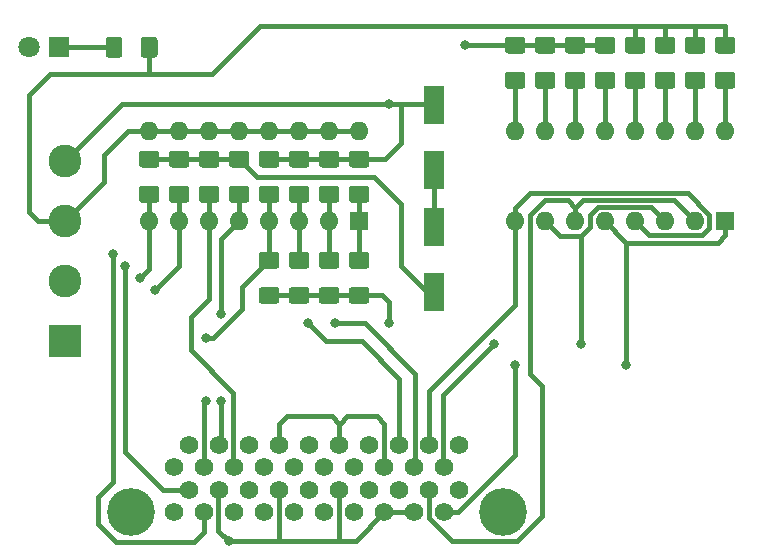
<source format=gbr>
%TF.GenerationSoftware,KiCad,Pcbnew,(5.1.6)-1*%
%TF.CreationDate,2021-03-31T13:13:50-04:00*%
%TF.ProjectId,Freespeed-Clone,46726565-7370-4656-9564-2d436c6f6e65,rev?*%
%TF.SameCoordinates,Original*%
%TF.FileFunction,Copper,L1,Top*%
%TF.FilePolarity,Positive*%
%FSLAX46Y46*%
G04 Gerber Fmt 4.6, Leading zero omitted, Abs format (unit mm)*
G04 Created by KiCad (PCBNEW (5.1.6)-1) date 2021-03-31 13:13:50*
%MOMM*%
%LPD*%
G01*
G04 APERTURE LIST*
%TA.AperFunction,ComponentPad*%
%ADD10O,1.600000X1.600000*%
%TD*%
%TA.AperFunction,ComponentPad*%
%ADD11R,1.600000X1.600000*%
%TD*%
%TA.AperFunction,ComponentPad*%
%ADD12R,1.800000X1.800000*%
%TD*%
%TA.AperFunction,ComponentPad*%
%ADD13C,1.800000*%
%TD*%
%TA.AperFunction,ComponentPad*%
%ADD14R,2.775000X2.775000*%
%TD*%
%TA.AperFunction,ComponentPad*%
%ADD15C,2.775000*%
%TD*%
%TA.AperFunction,ComponentPad*%
%ADD16C,1.575000*%
%TD*%
%TA.AperFunction,ComponentPad*%
%ADD17C,4.050000*%
%TD*%
%TA.AperFunction,SMDPad,CuDef*%
%ADD18R,1.700000X3.300000*%
%TD*%
%TA.AperFunction,ViaPad*%
%ADD19C,0.800000*%
%TD*%
%TA.AperFunction,Conductor*%
%ADD20C,0.400000*%
%TD*%
G04 APERTURE END LIST*
%TO.P,R1,2*%
%TO.N,Net-(D3-Pad1)*%
%TA.AperFunction,SMDPad,CuDef*%
G36*
G01*
X108735500Y-44841000D02*
X108735500Y-46091000D01*
G75*
G02*
X108485500Y-46341000I-250000J0D01*
G01*
X107560500Y-46341000D01*
G75*
G02*
X107310500Y-46091000I0J250000D01*
G01*
X107310500Y-44841000D01*
G75*
G02*
X107560500Y-44591000I250000J0D01*
G01*
X108485500Y-44591000D01*
G75*
G02*
X108735500Y-44841000I0J-250000D01*
G01*
G37*
%TD.AperFunction*%
%TO.P,R1,1*%
%TO.N,GND*%
%TA.AperFunction,SMDPad,CuDef*%
G36*
G01*
X111710500Y-44841000D02*
X111710500Y-46091000D01*
G75*
G02*
X111460500Y-46341000I-250000J0D01*
G01*
X110535500Y-46341000D01*
G75*
G02*
X110285500Y-46091000I0J250000D01*
G01*
X110285500Y-44841000D01*
G75*
G02*
X110535500Y-44591000I250000J0D01*
G01*
X111460500Y-44591000D01*
G75*
G02*
X111710500Y-44841000I0J-250000D01*
G01*
G37*
%TD.AperFunction*%
%TD*%
D10*
%TO.P,SW1,9*%
%TO.N,Net-(R9-Pad2)*%
X159766000Y-52578000D03*
%TO.P,SW1,8*%
%TO.N,Net-(J2-Pad3)*%
X141986000Y-60198000D03*
%TO.P,SW1,10*%
%TO.N,Net-(R8-Pad2)*%
X157226000Y-52578000D03*
%TO.P,SW1,7*%
%TO.N,Net-(J2-Pad2)*%
X144526000Y-60198000D03*
%TO.P,SW1,11*%
%TO.N,Net-(R7-Pad2)*%
X154686000Y-52578000D03*
%TO.P,SW1,6*%
%TO.N,Net-(J2-Pad23)*%
X147066000Y-60198000D03*
%TO.P,SW1,12*%
%TO.N,Net-(R6-Pad2)*%
X152146000Y-52578000D03*
%TO.P,SW1,5*%
%TO.N,Net-(J2-Pad22)*%
X149606000Y-60198000D03*
%TO.P,SW1,13*%
%TO.N,Net-(R5-Pad2)*%
X149606000Y-52578000D03*
%TO.P,SW1,4*%
%TO.N,Net-(J2-Pad3)*%
X152146000Y-60198000D03*
%TO.P,SW1,14*%
%TO.N,Net-(R4-Pad2)*%
X147066000Y-52578000D03*
%TO.P,SW1,3*%
%TO.N,Net-(J2-Pad2)*%
X154686000Y-60198000D03*
%TO.P,SW1,15*%
%TO.N,Net-(R3-Pad2)*%
X144526000Y-52578000D03*
%TO.P,SW1,2*%
%TO.N,Net-(J2-Pad23)*%
X157226000Y-60198000D03*
%TO.P,SW1,16*%
%TO.N,Net-(R2-Pad2)*%
X141986000Y-52578000D03*
D11*
%TO.P,SW1,1*%
%TO.N,Net-(J2-Pad22)*%
X159766000Y-60198000D03*
%TD*%
%TO.P,SW2,1*%
%TO.N,Net-(J2-Pad39)*%
X128778000Y-60198000D03*
D10*
%TO.P,SW2,16*%
%TO.N,GND*%
X110998000Y-52578000D03*
%TO.P,SW2,2*%
%TO.N,Net-(J2-Pad38)*%
X126238000Y-60198000D03*
%TO.P,SW2,15*%
%TO.N,GND*%
X113538000Y-52578000D03*
%TO.P,SW2,3*%
%TO.N,Net-(J2-Pad19)*%
X123698000Y-60198000D03*
%TO.P,SW2,14*%
%TO.N,GND*%
X116078000Y-52578000D03*
%TO.P,SW2,4*%
%TO.N,Net-(J2-Pad18)*%
X121158000Y-60198000D03*
%TO.P,SW2,13*%
%TO.N,GND*%
X118618000Y-52578000D03*
%TO.P,SW2,5*%
%TO.N,Net-(J2-Pad17)*%
X118618000Y-60198000D03*
%TO.P,SW2,12*%
%TO.N,GND*%
X121158000Y-52578000D03*
%TO.P,SW2,6*%
%TO.N,Net-(J2-Pad16)*%
X116078000Y-60198000D03*
%TO.P,SW2,11*%
%TO.N,GND*%
X123698000Y-52578000D03*
%TO.P,SW2,7*%
%TO.N,Net-(J2-Pad5)*%
X113538000Y-60198000D03*
%TO.P,SW2,10*%
%TO.N,GND*%
X126238000Y-52578000D03*
%TO.P,SW2,8*%
%TO.N,Net-(J2-Pad4)*%
X110998000Y-60198000D03*
%TO.P,SW2,9*%
%TO.N,GND*%
X128778000Y-52578000D03*
%TD*%
D12*
%TO.P,D3,1*%
%TO.N,Net-(D3-Pad1)*%
X103378000Y-45466000D03*
D13*
%TO.P,D3,2*%
%TO.N,+5V*%
X100838000Y-45466000D03*
%TD*%
D14*
%TO.P,J1,1*%
%TO.N,Net-(J1-Pad1)*%
X103886000Y-70358000D03*
D15*
%TO.P,J1,2*%
%TO.N,Net-(J1-Pad2)*%
X103886000Y-65278000D03*
%TO.P,J1,3*%
%TO.N,GND*%
X103886000Y-60198000D03*
%TO.P,J1,4*%
%TO.N,+5V*%
X103886000Y-55118000D03*
%TD*%
D16*
%TO.P,J2,1*%
%TO.N,Net-(J2-Pad1)*%
X137270000Y-79121000D03*
%TO.P,J2,2*%
%TO.N,Net-(J2-Pad2)*%
X136000000Y-81026000D03*
%TO.P,J2,3*%
%TO.N,Net-(J2-Pad3)*%
X134730000Y-79121000D03*
%TO.P,J2,4*%
%TO.N,Net-(J2-Pad4)*%
X133460000Y-81026000D03*
%TO.P,J2,5*%
%TO.N,Net-(J2-Pad5)*%
X132190000Y-79121000D03*
%TO.P,J2,6*%
%TO.N,Net-(J2-Pad13)*%
X130920000Y-81026000D03*
%TO.P,J2,7*%
%TO.N,Net-(J2-Pad7)*%
X129650000Y-79121000D03*
%TO.P,J2,8*%
%TO.N,Net-(J2-Pad8)*%
X128380000Y-81026000D03*
%TO.P,J2,9*%
%TO.N,Net-(J2-Pad13)*%
X127110000Y-79121000D03*
%TO.P,J2,10*%
%TO.N,Net-(J2-Pad10)*%
X125840000Y-81026000D03*
%TO.P,J2,11*%
%TO.N,Net-(J2-Pad11)*%
X124570000Y-79121000D03*
%TO.P,J2,12*%
%TO.N,Net-(J2-Pad12)*%
X123300000Y-81026000D03*
%TO.P,J2,13*%
%TO.N,Net-(J2-Pad13)*%
X122030000Y-79121000D03*
%TO.P,J2,14*%
%TO.N,Net-(J2-Pad14)*%
X120760000Y-81026000D03*
%TO.P,J2,15*%
%TO.N,Net-(J2-Pad15)*%
X119490000Y-79121000D03*
%TO.P,J2,16*%
%TO.N,Net-(J2-Pad16)*%
X118220000Y-81026000D03*
%TO.P,J2,17*%
%TO.N,Net-(J2-Pad17)*%
X116950000Y-79121000D03*
%TO.P,J2,18*%
%TO.N,Net-(J2-Pad18)*%
X115680000Y-81026000D03*
%TO.P,J2,19*%
%TO.N,Net-(J2-Pad19)*%
X114410000Y-79121000D03*
%TO.P,J2,20*%
%TO.N,Net-(J2-Pad20)*%
X113140000Y-81026000D03*
%TO.P,J2,21*%
%TO.N,Net-(J2-Pad21)*%
X137270000Y-82931000D03*
%TO.P,J2,22*%
%TO.N,Net-(J2-Pad22)*%
X136000000Y-84836000D03*
%TO.P,J2,23*%
%TO.N,Net-(J2-Pad23)*%
X134730000Y-82931000D03*
%TO.P,J2,24*%
%TO.N,Net-(J2-Pad24)*%
X133460000Y-84836000D03*
%TO.P,J2,25*%
%TO.N,Net-(J2-Pad25)*%
X132190000Y-82931000D03*
%TO.P,J2,26*%
%TO.N,Net-(J2-Pad24)*%
X130920000Y-84836000D03*
%TO.P,J2,27*%
%TO.N,Net-(J2-Pad27)*%
X129650000Y-82931000D03*
%TO.P,J2,28*%
%TO.N,Net-(J2-Pad28)*%
X128380000Y-84836000D03*
%TO.P,J2,29*%
%TO.N,Net-(J2-Pad24)*%
X127110000Y-82931000D03*
%TO.P,J2,30*%
%TO.N,Net-(J2-Pad30)*%
X125840000Y-84836000D03*
%TO.P,J2,31*%
%TO.N,Net-(J2-Pad31)*%
X124570000Y-82931000D03*
%TO.P,J2,32*%
%TO.N,Net-(J2-Pad32)*%
X123300000Y-84836000D03*
%TO.P,J2,33*%
%TO.N,Net-(J2-Pad24)*%
X122030000Y-82931000D03*
%TO.P,J2,34*%
%TO.N,Net-(J2-Pad34)*%
X120760000Y-84836000D03*
%TO.P,J2,35*%
%TO.N,Net-(J2-Pad35)*%
X119490000Y-82931000D03*
%TO.P,J2,36*%
%TO.N,Net-(J2-Pad36)*%
X118220000Y-84836000D03*
%TO.P,J2,37*%
%TO.N,Net-(J2-Pad24)*%
X116950000Y-82931000D03*
%TO.P,J2,38*%
%TO.N,Net-(J2-Pad38)*%
X115680000Y-84836000D03*
%TO.P,J2,39*%
%TO.N,Net-(J2-Pad39)*%
X114410000Y-82931000D03*
%TO.P,J2,40*%
%TO.N,Net-(J2-Pad24)*%
X113140000Y-84836000D03*
D17*
%TO.P,J2,41*%
%TO.N,N/C*%
X140970000Y-84836000D03*
%TO.P,J2,42*%
X109440000Y-84836000D03*
%TD*%
%TO.P,R2,1*%
%TO.N,Net-(J2-Pad13)*%
%TA.AperFunction,SMDPad,CuDef*%
G36*
G01*
X141361000Y-44572500D02*
X142611000Y-44572500D01*
G75*
G02*
X142861000Y-44822500I0J-250000D01*
G01*
X142861000Y-45747500D01*
G75*
G02*
X142611000Y-45997500I-250000J0D01*
G01*
X141361000Y-45997500D01*
G75*
G02*
X141111000Y-45747500I0J250000D01*
G01*
X141111000Y-44822500D01*
G75*
G02*
X141361000Y-44572500I250000J0D01*
G01*
G37*
%TD.AperFunction*%
%TO.P,R2,2*%
%TO.N,Net-(R2-Pad2)*%
%TA.AperFunction,SMDPad,CuDef*%
G36*
G01*
X141361000Y-47547500D02*
X142611000Y-47547500D01*
G75*
G02*
X142861000Y-47797500I0J-250000D01*
G01*
X142861000Y-48722500D01*
G75*
G02*
X142611000Y-48972500I-250000J0D01*
G01*
X141361000Y-48972500D01*
G75*
G02*
X141111000Y-48722500I0J250000D01*
G01*
X141111000Y-47797500D01*
G75*
G02*
X141361000Y-47547500I250000J0D01*
G01*
G37*
%TD.AperFunction*%
%TD*%
%TO.P,R3,2*%
%TO.N,Net-(R3-Pad2)*%
%TA.AperFunction,SMDPad,CuDef*%
G36*
G01*
X143901000Y-47547500D02*
X145151000Y-47547500D01*
G75*
G02*
X145401000Y-47797500I0J-250000D01*
G01*
X145401000Y-48722500D01*
G75*
G02*
X145151000Y-48972500I-250000J0D01*
G01*
X143901000Y-48972500D01*
G75*
G02*
X143651000Y-48722500I0J250000D01*
G01*
X143651000Y-47797500D01*
G75*
G02*
X143901000Y-47547500I250000J0D01*
G01*
G37*
%TD.AperFunction*%
%TO.P,R3,1*%
%TO.N,Net-(J2-Pad13)*%
%TA.AperFunction,SMDPad,CuDef*%
G36*
G01*
X143901000Y-44572500D02*
X145151000Y-44572500D01*
G75*
G02*
X145401000Y-44822500I0J-250000D01*
G01*
X145401000Y-45747500D01*
G75*
G02*
X145151000Y-45997500I-250000J0D01*
G01*
X143901000Y-45997500D01*
G75*
G02*
X143651000Y-45747500I0J250000D01*
G01*
X143651000Y-44822500D01*
G75*
G02*
X143901000Y-44572500I250000J0D01*
G01*
G37*
%TD.AperFunction*%
%TD*%
%TO.P,R4,1*%
%TO.N,Net-(J2-Pad13)*%
%TA.AperFunction,SMDPad,CuDef*%
G36*
G01*
X146441000Y-44572500D02*
X147691000Y-44572500D01*
G75*
G02*
X147941000Y-44822500I0J-250000D01*
G01*
X147941000Y-45747500D01*
G75*
G02*
X147691000Y-45997500I-250000J0D01*
G01*
X146441000Y-45997500D01*
G75*
G02*
X146191000Y-45747500I0J250000D01*
G01*
X146191000Y-44822500D01*
G75*
G02*
X146441000Y-44572500I250000J0D01*
G01*
G37*
%TD.AperFunction*%
%TO.P,R4,2*%
%TO.N,Net-(R4-Pad2)*%
%TA.AperFunction,SMDPad,CuDef*%
G36*
G01*
X146441000Y-47547500D02*
X147691000Y-47547500D01*
G75*
G02*
X147941000Y-47797500I0J-250000D01*
G01*
X147941000Y-48722500D01*
G75*
G02*
X147691000Y-48972500I-250000J0D01*
G01*
X146441000Y-48972500D01*
G75*
G02*
X146191000Y-48722500I0J250000D01*
G01*
X146191000Y-47797500D01*
G75*
G02*
X146441000Y-47547500I250000J0D01*
G01*
G37*
%TD.AperFunction*%
%TD*%
%TO.P,R5,2*%
%TO.N,Net-(R5-Pad2)*%
%TA.AperFunction,SMDPad,CuDef*%
G36*
G01*
X148981000Y-47547500D02*
X150231000Y-47547500D01*
G75*
G02*
X150481000Y-47797500I0J-250000D01*
G01*
X150481000Y-48722500D01*
G75*
G02*
X150231000Y-48972500I-250000J0D01*
G01*
X148981000Y-48972500D01*
G75*
G02*
X148731000Y-48722500I0J250000D01*
G01*
X148731000Y-47797500D01*
G75*
G02*
X148981000Y-47547500I250000J0D01*
G01*
G37*
%TD.AperFunction*%
%TO.P,R5,1*%
%TO.N,Net-(J2-Pad13)*%
%TA.AperFunction,SMDPad,CuDef*%
G36*
G01*
X148981000Y-44572500D02*
X150231000Y-44572500D01*
G75*
G02*
X150481000Y-44822500I0J-250000D01*
G01*
X150481000Y-45747500D01*
G75*
G02*
X150231000Y-45997500I-250000J0D01*
G01*
X148981000Y-45997500D01*
G75*
G02*
X148731000Y-45747500I0J250000D01*
G01*
X148731000Y-44822500D01*
G75*
G02*
X148981000Y-44572500I250000J0D01*
G01*
G37*
%TD.AperFunction*%
%TD*%
%TO.P,R6,1*%
%TO.N,GND*%
%TA.AperFunction,SMDPad,CuDef*%
G36*
G01*
X151521000Y-44572500D02*
X152771000Y-44572500D01*
G75*
G02*
X153021000Y-44822500I0J-250000D01*
G01*
X153021000Y-45747500D01*
G75*
G02*
X152771000Y-45997500I-250000J0D01*
G01*
X151521000Y-45997500D01*
G75*
G02*
X151271000Y-45747500I0J250000D01*
G01*
X151271000Y-44822500D01*
G75*
G02*
X151521000Y-44572500I250000J0D01*
G01*
G37*
%TD.AperFunction*%
%TO.P,R6,2*%
%TO.N,Net-(R6-Pad2)*%
%TA.AperFunction,SMDPad,CuDef*%
G36*
G01*
X151521000Y-47547500D02*
X152771000Y-47547500D01*
G75*
G02*
X153021000Y-47797500I0J-250000D01*
G01*
X153021000Y-48722500D01*
G75*
G02*
X152771000Y-48972500I-250000J0D01*
G01*
X151521000Y-48972500D01*
G75*
G02*
X151271000Y-48722500I0J250000D01*
G01*
X151271000Y-47797500D01*
G75*
G02*
X151521000Y-47547500I250000J0D01*
G01*
G37*
%TD.AperFunction*%
%TD*%
%TO.P,R7,2*%
%TO.N,Net-(R7-Pad2)*%
%TA.AperFunction,SMDPad,CuDef*%
G36*
G01*
X154061000Y-47547500D02*
X155311000Y-47547500D01*
G75*
G02*
X155561000Y-47797500I0J-250000D01*
G01*
X155561000Y-48722500D01*
G75*
G02*
X155311000Y-48972500I-250000J0D01*
G01*
X154061000Y-48972500D01*
G75*
G02*
X153811000Y-48722500I0J250000D01*
G01*
X153811000Y-47797500D01*
G75*
G02*
X154061000Y-47547500I250000J0D01*
G01*
G37*
%TD.AperFunction*%
%TO.P,R7,1*%
%TO.N,GND*%
%TA.AperFunction,SMDPad,CuDef*%
G36*
G01*
X154061000Y-44572500D02*
X155311000Y-44572500D01*
G75*
G02*
X155561000Y-44822500I0J-250000D01*
G01*
X155561000Y-45747500D01*
G75*
G02*
X155311000Y-45997500I-250000J0D01*
G01*
X154061000Y-45997500D01*
G75*
G02*
X153811000Y-45747500I0J250000D01*
G01*
X153811000Y-44822500D01*
G75*
G02*
X154061000Y-44572500I250000J0D01*
G01*
G37*
%TD.AperFunction*%
%TD*%
%TO.P,R8,1*%
%TO.N,GND*%
%TA.AperFunction,SMDPad,CuDef*%
G36*
G01*
X156601000Y-44572500D02*
X157851000Y-44572500D01*
G75*
G02*
X158101000Y-44822500I0J-250000D01*
G01*
X158101000Y-45747500D01*
G75*
G02*
X157851000Y-45997500I-250000J0D01*
G01*
X156601000Y-45997500D01*
G75*
G02*
X156351000Y-45747500I0J250000D01*
G01*
X156351000Y-44822500D01*
G75*
G02*
X156601000Y-44572500I250000J0D01*
G01*
G37*
%TD.AperFunction*%
%TO.P,R8,2*%
%TO.N,Net-(R8-Pad2)*%
%TA.AperFunction,SMDPad,CuDef*%
G36*
G01*
X156601000Y-47547500D02*
X157851000Y-47547500D01*
G75*
G02*
X158101000Y-47797500I0J-250000D01*
G01*
X158101000Y-48722500D01*
G75*
G02*
X157851000Y-48972500I-250000J0D01*
G01*
X156601000Y-48972500D01*
G75*
G02*
X156351000Y-48722500I0J250000D01*
G01*
X156351000Y-47797500D01*
G75*
G02*
X156601000Y-47547500I250000J0D01*
G01*
G37*
%TD.AperFunction*%
%TD*%
%TO.P,R9,2*%
%TO.N,Net-(R9-Pad2)*%
%TA.AperFunction,SMDPad,CuDef*%
G36*
G01*
X159141000Y-47547500D02*
X160391000Y-47547500D01*
G75*
G02*
X160641000Y-47797500I0J-250000D01*
G01*
X160641000Y-48722500D01*
G75*
G02*
X160391000Y-48972500I-250000J0D01*
G01*
X159141000Y-48972500D01*
G75*
G02*
X158891000Y-48722500I0J250000D01*
G01*
X158891000Y-47797500D01*
G75*
G02*
X159141000Y-47547500I250000J0D01*
G01*
G37*
%TD.AperFunction*%
%TO.P,R9,1*%
%TO.N,GND*%
%TA.AperFunction,SMDPad,CuDef*%
G36*
G01*
X159141000Y-44572500D02*
X160391000Y-44572500D01*
G75*
G02*
X160641000Y-44822500I0J-250000D01*
G01*
X160641000Y-45747500D01*
G75*
G02*
X160391000Y-45997500I-250000J0D01*
G01*
X159141000Y-45997500D01*
G75*
G02*
X158891000Y-45747500I0J250000D01*
G01*
X158891000Y-44822500D01*
G75*
G02*
X159141000Y-44572500I250000J0D01*
G01*
G37*
%TD.AperFunction*%
%TD*%
%TO.P,R10,1*%
%TO.N,Net-(D2-Pad1)*%
%TA.AperFunction,SMDPad,CuDef*%
G36*
G01*
X110373000Y-54224500D02*
X111623000Y-54224500D01*
G75*
G02*
X111873000Y-54474500I0J-250000D01*
G01*
X111873000Y-55399500D01*
G75*
G02*
X111623000Y-55649500I-250000J0D01*
G01*
X110373000Y-55649500D01*
G75*
G02*
X110123000Y-55399500I0J250000D01*
G01*
X110123000Y-54474500D01*
G75*
G02*
X110373000Y-54224500I250000J0D01*
G01*
G37*
%TD.AperFunction*%
%TO.P,R10,2*%
%TO.N,Net-(J2-Pad4)*%
%TA.AperFunction,SMDPad,CuDef*%
G36*
G01*
X110373000Y-57199500D02*
X111623000Y-57199500D01*
G75*
G02*
X111873000Y-57449500I0J-250000D01*
G01*
X111873000Y-58374500D01*
G75*
G02*
X111623000Y-58624500I-250000J0D01*
G01*
X110373000Y-58624500D01*
G75*
G02*
X110123000Y-58374500I0J250000D01*
G01*
X110123000Y-57449500D01*
G75*
G02*
X110373000Y-57199500I250000J0D01*
G01*
G37*
%TD.AperFunction*%
%TD*%
%TO.P,R11,2*%
%TO.N,Net-(J2-Pad5)*%
%TA.AperFunction,SMDPad,CuDef*%
G36*
G01*
X112913000Y-57199500D02*
X114163000Y-57199500D01*
G75*
G02*
X114413000Y-57449500I0J-250000D01*
G01*
X114413000Y-58374500D01*
G75*
G02*
X114163000Y-58624500I-250000J0D01*
G01*
X112913000Y-58624500D01*
G75*
G02*
X112663000Y-58374500I0J250000D01*
G01*
X112663000Y-57449500D01*
G75*
G02*
X112913000Y-57199500I250000J0D01*
G01*
G37*
%TD.AperFunction*%
%TO.P,R11,1*%
%TO.N,Net-(D2-Pad1)*%
%TA.AperFunction,SMDPad,CuDef*%
G36*
G01*
X112913000Y-54224500D02*
X114163000Y-54224500D01*
G75*
G02*
X114413000Y-54474500I0J-250000D01*
G01*
X114413000Y-55399500D01*
G75*
G02*
X114163000Y-55649500I-250000J0D01*
G01*
X112913000Y-55649500D01*
G75*
G02*
X112663000Y-55399500I0J250000D01*
G01*
X112663000Y-54474500D01*
G75*
G02*
X112913000Y-54224500I250000J0D01*
G01*
G37*
%TD.AperFunction*%
%TD*%
%TO.P,R12,1*%
%TO.N,Net-(D2-Pad1)*%
%TA.AperFunction,SMDPad,CuDef*%
G36*
G01*
X115453000Y-54224500D02*
X116703000Y-54224500D01*
G75*
G02*
X116953000Y-54474500I0J-250000D01*
G01*
X116953000Y-55399500D01*
G75*
G02*
X116703000Y-55649500I-250000J0D01*
G01*
X115453000Y-55649500D01*
G75*
G02*
X115203000Y-55399500I0J250000D01*
G01*
X115203000Y-54474500D01*
G75*
G02*
X115453000Y-54224500I250000J0D01*
G01*
G37*
%TD.AperFunction*%
%TO.P,R12,2*%
%TO.N,Net-(J2-Pad16)*%
%TA.AperFunction,SMDPad,CuDef*%
G36*
G01*
X115453000Y-57199500D02*
X116703000Y-57199500D01*
G75*
G02*
X116953000Y-57449500I0J-250000D01*
G01*
X116953000Y-58374500D01*
G75*
G02*
X116703000Y-58624500I-250000J0D01*
G01*
X115453000Y-58624500D01*
G75*
G02*
X115203000Y-58374500I0J250000D01*
G01*
X115203000Y-57449500D01*
G75*
G02*
X115453000Y-57199500I250000J0D01*
G01*
G37*
%TD.AperFunction*%
%TD*%
%TO.P,R13,2*%
%TO.N,Net-(J2-Pad17)*%
%TA.AperFunction,SMDPad,CuDef*%
G36*
G01*
X117993000Y-57199500D02*
X119243000Y-57199500D01*
G75*
G02*
X119493000Y-57449500I0J-250000D01*
G01*
X119493000Y-58374500D01*
G75*
G02*
X119243000Y-58624500I-250000J0D01*
G01*
X117993000Y-58624500D01*
G75*
G02*
X117743000Y-58374500I0J250000D01*
G01*
X117743000Y-57449500D01*
G75*
G02*
X117993000Y-57199500I250000J0D01*
G01*
G37*
%TD.AperFunction*%
%TO.P,R13,1*%
%TO.N,Net-(D2-Pad1)*%
%TA.AperFunction,SMDPad,CuDef*%
G36*
G01*
X117993000Y-54224500D02*
X119243000Y-54224500D01*
G75*
G02*
X119493000Y-54474500I0J-250000D01*
G01*
X119493000Y-55399500D01*
G75*
G02*
X119243000Y-55649500I-250000J0D01*
G01*
X117993000Y-55649500D01*
G75*
G02*
X117743000Y-55399500I0J250000D01*
G01*
X117743000Y-54474500D01*
G75*
G02*
X117993000Y-54224500I250000J0D01*
G01*
G37*
%TD.AperFunction*%
%TD*%
%TO.P,R14,2*%
%TO.N,Net-(J2-Pad18)*%
%TA.AperFunction,SMDPad,CuDef*%
G36*
G01*
X120533000Y-57199500D02*
X121783000Y-57199500D01*
G75*
G02*
X122033000Y-57449500I0J-250000D01*
G01*
X122033000Y-58374500D01*
G75*
G02*
X121783000Y-58624500I-250000J0D01*
G01*
X120533000Y-58624500D01*
G75*
G02*
X120283000Y-58374500I0J250000D01*
G01*
X120283000Y-57449500D01*
G75*
G02*
X120533000Y-57199500I250000J0D01*
G01*
G37*
%TD.AperFunction*%
%TO.P,R14,1*%
%TO.N,+5V*%
%TA.AperFunction,SMDPad,CuDef*%
G36*
G01*
X120533000Y-54224500D02*
X121783000Y-54224500D01*
G75*
G02*
X122033000Y-54474500I0J-250000D01*
G01*
X122033000Y-55399500D01*
G75*
G02*
X121783000Y-55649500I-250000J0D01*
G01*
X120533000Y-55649500D01*
G75*
G02*
X120283000Y-55399500I0J250000D01*
G01*
X120283000Y-54474500D01*
G75*
G02*
X120533000Y-54224500I250000J0D01*
G01*
G37*
%TD.AperFunction*%
%TD*%
%TO.P,R15,1*%
%TO.N,+5V*%
%TA.AperFunction,SMDPad,CuDef*%
G36*
G01*
X123073000Y-54224500D02*
X124323000Y-54224500D01*
G75*
G02*
X124573000Y-54474500I0J-250000D01*
G01*
X124573000Y-55399500D01*
G75*
G02*
X124323000Y-55649500I-250000J0D01*
G01*
X123073000Y-55649500D01*
G75*
G02*
X122823000Y-55399500I0J250000D01*
G01*
X122823000Y-54474500D01*
G75*
G02*
X123073000Y-54224500I250000J0D01*
G01*
G37*
%TD.AperFunction*%
%TO.P,R15,2*%
%TO.N,Net-(J2-Pad19)*%
%TA.AperFunction,SMDPad,CuDef*%
G36*
G01*
X123073000Y-57199500D02*
X124323000Y-57199500D01*
G75*
G02*
X124573000Y-57449500I0J-250000D01*
G01*
X124573000Y-58374500D01*
G75*
G02*
X124323000Y-58624500I-250000J0D01*
G01*
X123073000Y-58624500D01*
G75*
G02*
X122823000Y-58374500I0J250000D01*
G01*
X122823000Y-57449500D01*
G75*
G02*
X123073000Y-57199500I250000J0D01*
G01*
G37*
%TD.AperFunction*%
%TD*%
%TO.P,R16,1*%
%TO.N,+5V*%
%TA.AperFunction,SMDPad,CuDef*%
G36*
G01*
X125613000Y-54224500D02*
X126863000Y-54224500D01*
G75*
G02*
X127113000Y-54474500I0J-250000D01*
G01*
X127113000Y-55399500D01*
G75*
G02*
X126863000Y-55649500I-250000J0D01*
G01*
X125613000Y-55649500D01*
G75*
G02*
X125363000Y-55399500I0J250000D01*
G01*
X125363000Y-54474500D01*
G75*
G02*
X125613000Y-54224500I250000J0D01*
G01*
G37*
%TD.AperFunction*%
%TO.P,R16,2*%
%TO.N,Net-(J2-Pad38)*%
%TA.AperFunction,SMDPad,CuDef*%
G36*
G01*
X125613000Y-57199500D02*
X126863000Y-57199500D01*
G75*
G02*
X127113000Y-57449500I0J-250000D01*
G01*
X127113000Y-58374500D01*
G75*
G02*
X126863000Y-58624500I-250000J0D01*
G01*
X125613000Y-58624500D01*
G75*
G02*
X125363000Y-58374500I0J250000D01*
G01*
X125363000Y-57449500D01*
G75*
G02*
X125613000Y-57199500I250000J0D01*
G01*
G37*
%TD.AperFunction*%
%TD*%
%TO.P,R17,2*%
%TO.N,Net-(J2-Pad39)*%
%TA.AperFunction,SMDPad,CuDef*%
G36*
G01*
X128153000Y-57199500D02*
X129403000Y-57199500D01*
G75*
G02*
X129653000Y-57449500I0J-250000D01*
G01*
X129653000Y-58374500D01*
G75*
G02*
X129403000Y-58624500I-250000J0D01*
G01*
X128153000Y-58624500D01*
G75*
G02*
X127903000Y-58374500I0J250000D01*
G01*
X127903000Y-57449500D01*
G75*
G02*
X128153000Y-57199500I250000J0D01*
G01*
G37*
%TD.AperFunction*%
%TO.P,R17,1*%
%TO.N,+5V*%
%TA.AperFunction,SMDPad,CuDef*%
G36*
G01*
X128153000Y-54224500D02*
X129403000Y-54224500D01*
G75*
G02*
X129653000Y-54474500I0J-250000D01*
G01*
X129653000Y-55399500D01*
G75*
G02*
X129403000Y-55649500I-250000J0D01*
G01*
X128153000Y-55649500D01*
G75*
G02*
X127903000Y-55399500I0J250000D01*
G01*
X127903000Y-54474500D01*
G75*
G02*
X128153000Y-54224500I250000J0D01*
G01*
G37*
%TD.AperFunction*%
%TD*%
%TO.P,R18,1*%
%TO.N,Net-(J2-Pad18)*%
%TA.AperFunction,SMDPad,CuDef*%
G36*
G01*
X120533000Y-62787500D02*
X121783000Y-62787500D01*
G75*
G02*
X122033000Y-63037500I0J-250000D01*
G01*
X122033000Y-63962500D01*
G75*
G02*
X121783000Y-64212500I-250000J0D01*
G01*
X120533000Y-64212500D01*
G75*
G02*
X120283000Y-63962500I0J250000D01*
G01*
X120283000Y-63037500D01*
G75*
G02*
X120533000Y-62787500I250000J0D01*
G01*
G37*
%TD.AperFunction*%
%TO.P,R18,2*%
%TO.N,+5V*%
%TA.AperFunction,SMDPad,CuDef*%
G36*
G01*
X120533000Y-65762500D02*
X121783000Y-65762500D01*
G75*
G02*
X122033000Y-66012500I0J-250000D01*
G01*
X122033000Y-66937500D01*
G75*
G02*
X121783000Y-67187500I-250000J0D01*
G01*
X120533000Y-67187500D01*
G75*
G02*
X120283000Y-66937500I0J250000D01*
G01*
X120283000Y-66012500D01*
G75*
G02*
X120533000Y-65762500I250000J0D01*
G01*
G37*
%TD.AperFunction*%
%TD*%
%TO.P,R19,2*%
%TO.N,+5V*%
%TA.AperFunction,SMDPad,CuDef*%
G36*
G01*
X123073000Y-65762500D02*
X124323000Y-65762500D01*
G75*
G02*
X124573000Y-66012500I0J-250000D01*
G01*
X124573000Y-66937500D01*
G75*
G02*
X124323000Y-67187500I-250000J0D01*
G01*
X123073000Y-67187500D01*
G75*
G02*
X122823000Y-66937500I0J250000D01*
G01*
X122823000Y-66012500D01*
G75*
G02*
X123073000Y-65762500I250000J0D01*
G01*
G37*
%TD.AperFunction*%
%TO.P,R19,1*%
%TO.N,Net-(J2-Pad19)*%
%TA.AperFunction,SMDPad,CuDef*%
G36*
G01*
X123073000Y-62787500D02*
X124323000Y-62787500D01*
G75*
G02*
X124573000Y-63037500I0J-250000D01*
G01*
X124573000Y-63962500D01*
G75*
G02*
X124323000Y-64212500I-250000J0D01*
G01*
X123073000Y-64212500D01*
G75*
G02*
X122823000Y-63962500I0J250000D01*
G01*
X122823000Y-63037500D01*
G75*
G02*
X123073000Y-62787500I250000J0D01*
G01*
G37*
%TD.AperFunction*%
%TD*%
%TO.P,R20,1*%
%TO.N,Net-(J2-Pad38)*%
%TA.AperFunction,SMDPad,CuDef*%
G36*
G01*
X125613000Y-62787500D02*
X126863000Y-62787500D01*
G75*
G02*
X127113000Y-63037500I0J-250000D01*
G01*
X127113000Y-63962500D01*
G75*
G02*
X126863000Y-64212500I-250000J0D01*
G01*
X125613000Y-64212500D01*
G75*
G02*
X125363000Y-63962500I0J250000D01*
G01*
X125363000Y-63037500D01*
G75*
G02*
X125613000Y-62787500I250000J0D01*
G01*
G37*
%TD.AperFunction*%
%TO.P,R20,2*%
%TO.N,+5V*%
%TA.AperFunction,SMDPad,CuDef*%
G36*
G01*
X125613000Y-65762500D02*
X126863000Y-65762500D01*
G75*
G02*
X127113000Y-66012500I0J-250000D01*
G01*
X127113000Y-66937500D01*
G75*
G02*
X126863000Y-67187500I-250000J0D01*
G01*
X125613000Y-67187500D01*
G75*
G02*
X125363000Y-66937500I0J250000D01*
G01*
X125363000Y-66012500D01*
G75*
G02*
X125613000Y-65762500I250000J0D01*
G01*
G37*
%TD.AperFunction*%
%TD*%
%TO.P,R21,2*%
%TO.N,+5V*%
%TA.AperFunction,SMDPad,CuDef*%
G36*
G01*
X128153000Y-65762500D02*
X129403000Y-65762500D01*
G75*
G02*
X129653000Y-66012500I0J-250000D01*
G01*
X129653000Y-66937500D01*
G75*
G02*
X129403000Y-67187500I-250000J0D01*
G01*
X128153000Y-67187500D01*
G75*
G02*
X127903000Y-66937500I0J250000D01*
G01*
X127903000Y-66012500D01*
G75*
G02*
X128153000Y-65762500I250000J0D01*
G01*
G37*
%TD.AperFunction*%
%TO.P,R21,1*%
%TO.N,Net-(J2-Pad39)*%
%TA.AperFunction,SMDPad,CuDef*%
G36*
G01*
X128153000Y-62787500D02*
X129403000Y-62787500D01*
G75*
G02*
X129653000Y-63037500I0J-250000D01*
G01*
X129653000Y-63962500D01*
G75*
G02*
X129403000Y-64212500I-250000J0D01*
G01*
X128153000Y-64212500D01*
G75*
G02*
X127903000Y-63962500I0J250000D01*
G01*
X127903000Y-63037500D01*
G75*
G02*
X128153000Y-62787500I250000J0D01*
G01*
G37*
%TD.AperFunction*%
%TD*%
D18*
%TO.P,D1,2*%
%TO.N,+5V*%
X135128000Y-50380000D03*
%TO.P,D1,1*%
%TO.N,Net-(D1-Pad1)*%
X135128000Y-55880000D03*
%TD*%
%TO.P,D2,1*%
%TO.N,Net-(D2-Pad1)*%
X135128000Y-66206000D03*
%TO.P,D2,2*%
%TO.N,Net-(D1-Pad1)*%
X135128000Y-60706000D03*
%TD*%
D19*
%TO.N,+5V*%
X131318000Y-50292000D03*
X131318000Y-68834000D03*
%TO.N,Net-(J2-Pad2)*%
X147572002Y-70610002D03*
X140209998Y-70610002D03*
%TO.N,Net-(J2-Pad4)*%
X126746000Y-68834000D03*
X110236000Y-65024000D03*
%TO.N,Net-(J2-Pad5)*%
X124460000Y-68834000D03*
X111505992Y-66040000D03*
%TO.N,Net-(J2-Pad13)*%
X137741000Y-45285000D03*
%TO.N,Net-(J2-Pad17)*%
X117094000Y-75438000D03*
X117094000Y-68072000D03*
%TO.N,Net-(J2-Pad18)*%
X115823992Y-70104000D03*
X115823984Y-75438000D03*
%TO.N,Net-(J2-Pad22)*%
X151406010Y-72367990D03*
X142008010Y-72367990D03*
%TO.N,Net-(J2-Pad24)*%
X117741001Y-87261001D03*
%TO.N,Net-(J2-Pad38)*%
X107950000Y-62992000D03*
%TO.N,Net-(J2-Pad39)*%
X108966000Y-64008000D03*
%TD*%
D20*
%TO.N,+5V*%
X108712000Y-50292000D02*
X103886000Y-55118000D01*
X128778000Y-54937000D02*
X130991000Y-54937000D01*
X132334000Y-53594000D02*
X132334000Y-50292000D01*
X130991000Y-54937000D02*
X132334000Y-53594000D01*
X132334000Y-50292000D02*
X131318000Y-50292000D01*
X128778000Y-54937000D02*
X126238000Y-54937000D01*
X126238000Y-54937000D02*
X123698000Y-54937000D01*
X123698000Y-54937000D02*
X121158000Y-54937000D01*
X121158000Y-66475000D02*
X123698000Y-66475000D01*
X123698000Y-66475000D02*
X126238000Y-66475000D01*
X126238000Y-66475000D02*
X128778000Y-66475000D01*
X131318000Y-50292000D02*
X108712000Y-50292000D01*
X130737000Y-66475000D02*
X128778000Y-66475000D01*
X131318000Y-67056000D02*
X130737000Y-66475000D01*
X131318000Y-68834000D02*
X131318000Y-67056000D01*
X135040000Y-50292000D02*
X135128000Y-50380000D01*
X132334000Y-50292000D02*
X135040000Y-50292000D01*
%TO.N,Net-(D1-Pad1)*%
X135128000Y-55880000D02*
X135128000Y-60706000D01*
%TO.N,Net-(D2-Pad1)*%
X118618000Y-54937000D02*
X116078000Y-54937000D01*
X116078000Y-54937000D02*
X113538000Y-54937000D01*
X113538000Y-54937000D02*
X110998000Y-54937000D01*
X120106264Y-56425264D02*
X118618000Y-54937000D01*
X134532000Y-66206000D02*
X132334000Y-64008000D01*
X130048000Y-56425264D02*
X120106264Y-56425264D01*
X135128000Y-66206000D02*
X134532000Y-66206000D01*
X132334000Y-58711264D02*
X130048000Y-56425264D01*
X132334000Y-64008000D02*
X132334000Y-58711264D01*
%TO.N,Net-(D3-Pad1)*%
X103378000Y-45466000D02*
X108023000Y-45466000D01*
%TO.N,GND*%
X103886000Y-60198000D02*
X107188000Y-56896000D01*
X107188000Y-56896000D02*
X107188000Y-54610000D01*
X109220000Y-52578000D02*
X110998000Y-52578000D01*
X107188000Y-54610000D02*
X109220000Y-52578000D01*
X110998000Y-52578000D02*
X113538000Y-52578000D01*
X113538000Y-52578000D02*
X116078000Y-52578000D01*
X116078000Y-52578000D02*
X118618000Y-52578000D01*
X118618000Y-52578000D02*
X121158000Y-52578000D01*
X121158000Y-52578000D02*
X123698000Y-52578000D01*
X123698000Y-52578000D02*
X126238000Y-52578000D01*
X126238000Y-52578000D02*
X128778000Y-52578000D01*
X116332000Y-47752000D02*
X120396000Y-43688000D01*
X159766000Y-43688000D02*
X159766000Y-45285000D01*
X157226000Y-45285000D02*
X157226000Y-43688000D01*
X157226000Y-43688000D02*
X159766000Y-43688000D01*
X154686000Y-45285000D02*
X154686000Y-43688000D01*
X154686000Y-43688000D02*
X157226000Y-43688000D01*
X120396000Y-43688000D02*
X152146000Y-43688000D01*
X152146000Y-45285000D02*
X152146000Y-43688000D01*
X152146000Y-43688000D02*
X154686000Y-43688000D01*
X110998000Y-45466000D02*
X110998000Y-47752000D01*
X110998000Y-47752000D02*
X116332000Y-47752000D01*
X102616000Y-47752000D02*
X110998000Y-47752000D01*
X100838000Y-49530000D02*
X102616000Y-47752000D01*
X100838000Y-59436000D02*
X100838000Y-49530000D01*
X103886000Y-60198000D02*
X101600000Y-60198000D01*
X101600000Y-60198000D02*
X100838000Y-59436000D01*
%TO.N,Net-(J2-Pad2)*%
X144526000Y-60198000D02*
X145796000Y-61468000D01*
X147572002Y-61468000D02*
X148336000Y-60704002D01*
X145796000Y-61468000D02*
X147572002Y-61468000D01*
X149029999Y-58997999D02*
X153485999Y-58997999D01*
X148336000Y-60704002D02*
X148336000Y-59691998D01*
X148336000Y-59691998D02*
X149029999Y-58997999D01*
X153485999Y-58997999D02*
X154686000Y-60198000D01*
X147572002Y-61468000D02*
X147572002Y-70610002D01*
X147572002Y-70610002D02*
X147572002Y-70610002D01*
X135917501Y-80943501D02*
X136000000Y-81026000D01*
X140209998Y-70610002D02*
X135917501Y-74902499D01*
X135917501Y-74902499D02*
X135917501Y-80943501D01*
%TO.N,Net-(J2-Pad3)*%
X141986000Y-60198000D02*
X141986000Y-67310000D01*
X134730000Y-74566000D02*
X134730000Y-79121000D01*
X141986000Y-67310000D02*
X134730000Y-74566000D01*
X152146000Y-60198000D02*
X153346001Y-61398001D01*
X153346001Y-61398001D02*
X157802001Y-61398001D01*
X158426001Y-60774001D02*
X158426001Y-59621999D01*
X157802001Y-61398001D02*
X158426001Y-60774001D01*
X158426001Y-59621999D02*
X156601981Y-57797979D01*
X141986000Y-59066630D02*
X141986000Y-60198000D01*
X143254651Y-57797979D02*
X141986000Y-59066630D01*
X156601981Y-57797979D02*
X143254651Y-57797979D01*
%TO.N,Net-(J2-Pad4)*%
X110998000Y-57912000D02*
X110998000Y-60198000D01*
X126746000Y-68834000D02*
X129286000Y-68834000D01*
X133542499Y-80943501D02*
X133460000Y-81026000D01*
X133542499Y-73090499D02*
X133542499Y-80943501D01*
X129286000Y-68834000D02*
X133542499Y-73090499D01*
X110998000Y-60198000D02*
X110998000Y-64262000D01*
X110998000Y-64262000D02*
X110236000Y-65024000D01*
%TO.N,Net-(J2-Pad5)*%
X113538000Y-57912000D02*
X113538000Y-60198000D01*
X124460000Y-68834000D02*
X125984000Y-70358000D01*
X125984000Y-70358000D02*
X129032000Y-70358000D01*
X132190000Y-73516000D02*
X132190000Y-79121000D01*
X129032000Y-70358000D02*
X132190000Y-73516000D01*
X113538000Y-60198000D02*
X113538000Y-64007992D01*
X113538000Y-64007992D02*
X111505992Y-66040000D01*
%TO.N,Net-(J2-Pad13)*%
X149606000Y-45285000D02*
X147066000Y-45285000D01*
X147066000Y-45285000D02*
X144526000Y-45285000D01*
X144526000Y-45285000D02*
X141986000Y-45285000D01*
X141986000Y-45285000D02*
X137741000Y-45285000D01*
X137741000Y-45285000D02*
X137741000Y-45285000D01*
X127110000Y-79121000D02*
X127110000Y-77326000D01*
X127110000Y-77326000D02*
X126492000Y-76708000D01*
X126492000Y-76708000D02*
X122682000Y-76708000D01*
X122030000Y-77360000D02*
X122030000Y-79121000D01*
X122682000Y-76708000D02*
X122030000Y-77360000D01*
X127110000Y-77326000D02*
X127144000Y-77326000D01*
X127144000Y-77326000D02*
X127762000Y-76708000D01*
X127762000Y-76708000D02*
X130302000Y-76708000D01*
X130920000Y-77326000D02*
X130302000Y-76708000D01*
X130920000Y-81026000D02*
X130920000Y-77326000D01*
%TO.N,Net-(J2-Pad16)*%
X116078000Y-57912000D02*
X116078000Y-60198000D01*
X118137501Y-80943501D02*
X118220000Y-81026000D01*
X116078000Y-60198000D02*
X116078000Y-66802000D01*
X114554000Y-68326000D02*
X114554000Y-71120000D01*
X116078000Y-66802000D02*
X114554000Y-68326000D01*
X114554000Y-71120000D02*
X118137501Y-74703501D01*
X118137501Y-74703501D02*
X118137501Y-80943501D01*
%TO.N,Net-(J2-Pad17)*%
X118618000Y-57912000D02*
X118618000Y-60198000D01*
X117094000Y-78977000D02*
X116950000Y-79121000D01*
X117094000Y-75438000D02*
X117094000Y-78977000D01*
X117094000Y-61722000D02*
X117094000Y-68072000D01*
X118618000Y-60198000D02*
X117094000Y-61722000D01*
%TO.N,Net-(J2-Pad18)*%
X121158000Y-57912000D02*
X121158000Y-60198000D01*
X121158000Y-60198000D02*
X121158000Y-63500000D01*
X115824000Y-70104000D02*
X115824000Y-70104000D01*
X116389677Y-70104000D02*
X115823992Y-70104000D01*
X118872000Y-67621677D02*
X116389677Y-70104000D01*
X121158000Y-63500000D02*
X118872000Y-65786000D01*
X118872000Y-65786000D02*
X118872000Y-67621677D01*
X115680000Y-81026000D02*
X115680000Y-75581984D01*
X115680000Y-75581984D02*
X115823984Y-75438000D01*
%TO.N,Net-(J2-Pad19)*%
X123698000Y-57912000D02*
X123698000Y-60198000D01*
X123698000Y-60198000D02*
X123698000Y-63500000D01*
%TO.N,Net-(J2-Pad22)*%
X159165990Y-61998010D02*
X159766000Y-61398000D01*
X159766000Y-61398000D02*
X159766000Y-60198000D01*
X151406010Y-61998010D02*
X159165990Y-61998010D01*
X149606000Y-60198000D02*
X151406010Y-61998010D01*
X151406010Y-61998010D02*
X151406010Y-72367990D01*
X151406010Y-72367990D02*
X151406010Y-72367990D01*
X142008010Y-79950492D02*
X137122502Y-84836000D01*
X137122502Y-84836000D02*
X136000000Y-84836000D01*
X142008010Y-72367990D02*
X142008010Y-79950492D01*
%TO.N,Net-(J2-Pad23)*%
X147066000Y-59066630D02*
X147066000Y-60198000D01*
X147734641Y-58397989D02*
X147066000Y-59066630D01*
X155425989Y-58397989D02*
X147734641Y-58397989D01*
X157226000Y-60198000D02*
X155425989Y-58397989D01*
X143256000Y-59691998D02*
X143256000Y-73152000D01*
X143256000Y-73152000D02*
X144272000Y-74168000D01*
X136667499Y-87261001D02*
X134730000Y-85323502D01*
X142134001Y-87261001D02*
X136667499Y-87261001D01*
X134730000Y-85323502D02*
X134730000Y-82931000D01*
X144272000Y-85123002D02*
X142134001Y-87261001D01*
X144272000Y-74168000D02*
X144272000Y-85123002D01*
X143256000Y-59691998D02*
X144527998Y-58420000D01*
X146419370Y-58420000D02*
X147066000Y-59066630D01*
X144527998Y-58420000D02*
X146419370Y-58420000D01*
%TO.N,Net-(J2-Pad24)*%
X130920000Y-84836000D02*
X133460000Y-84836000D01*
X130920000Y-84836000D02*
X128494999Y-87261001D01*
X116867501Y-83013499D02*
X116950000Y-82931000D01*
X116867501Y-86387501D02*
X116867501Y-83013499D01*
X117741001Y-87261001D02*
X117741001Y-87261001D01*
X122030000Y-87232000D02*
X122059001Y-87261001D01*
X122030000Y-82931000D02*
X122030000Y-87232000D01*
X122059001Y-87261001D02*
X117741001Y-87261001D01*
X127110000Y-87232000D02*
X127139001Y-87261001D01*
X127110000Y-82931000D02*
X127110000Y-87232000D01*
X128494999Y-87261001D02*
X127139001Y-87261001D01*
X127139001Y-87261001D02*
X122059001Y-87261001D01*
X117741001Y-87261001D02*
X116867501Y-86387501D01*
%TO.N,Net-(J2-Pad38)*%
X126238000Y-57912000D02*
X126238000Y-60198000D01*
X126238000Y-60198000D02*
X126238000Y-63500000D01*
X115680000Y-86504000D02*
X115680000Y-84836000D01*
X108204000Y-87376000D02*
X114808000Y-87376000D01*
X107950000Y-82296000D02*
X106680000Y-83566000D01*
X107950000Y-62992000D02*
X107950000Y-82296000D01*
X106680000Y-83566000D02*
X106680000Y-85852000D01*
X114808000Y-87376000D02*
X115680000Y-86504000D01*
X106680000Y-85852000D02*
X108204000Y-87376000D01*
%TO.N,Net-(J2-Pad39)*%
X128778000Y-57912000D02*
X128778000Y-60198000D01*
X128778000Y-60198000D02*
X128778000Y-63500000D01*
X108966000Y-64008000D02*
X108966000Y-79756000D01*
X112141000Y-82931000D02*
X114410000Y-82931000D01*
X108966000Y-79756000D02*
X112141000Y-82931000D01*
%TO.N,Net-(R2-Pad2)*%
X141986000Y-48260000D02*
X141986000Y-52578000D01*
%TO.N,Net-(R3-Pad2)*%
X144526000Y-48260000D02*
X144526000Y-52578000D01*
%TO.N,Net-(R4-Pad2)*%
X147066000Y-48260000D02*
X147066000Y-52578000D01*
%TO.N,Net-(R5-Pad2)*%
X149606000Y-48260000D02*
X149606000Y-52578000D01*
%TO.N,Net-(R6-Pad2)*%
X152146000Y-48260000D02*
X152146000Y-52578000D01*
%TO.N,Net-(R7-Pad2)*%
X154686000Y-48260000D02*
X154686000Y-52578000D01*
%TO.N,Net-(R8-Pad2)*%
X157226000Y-48260000D02*
X157226000Y-52578000D01*
%TO.N,Net-(R9-Pad2)*%
X159766000Y-48260000D02*
X159766000Y-52578000D01*
%TD*%
M02*

</source>
